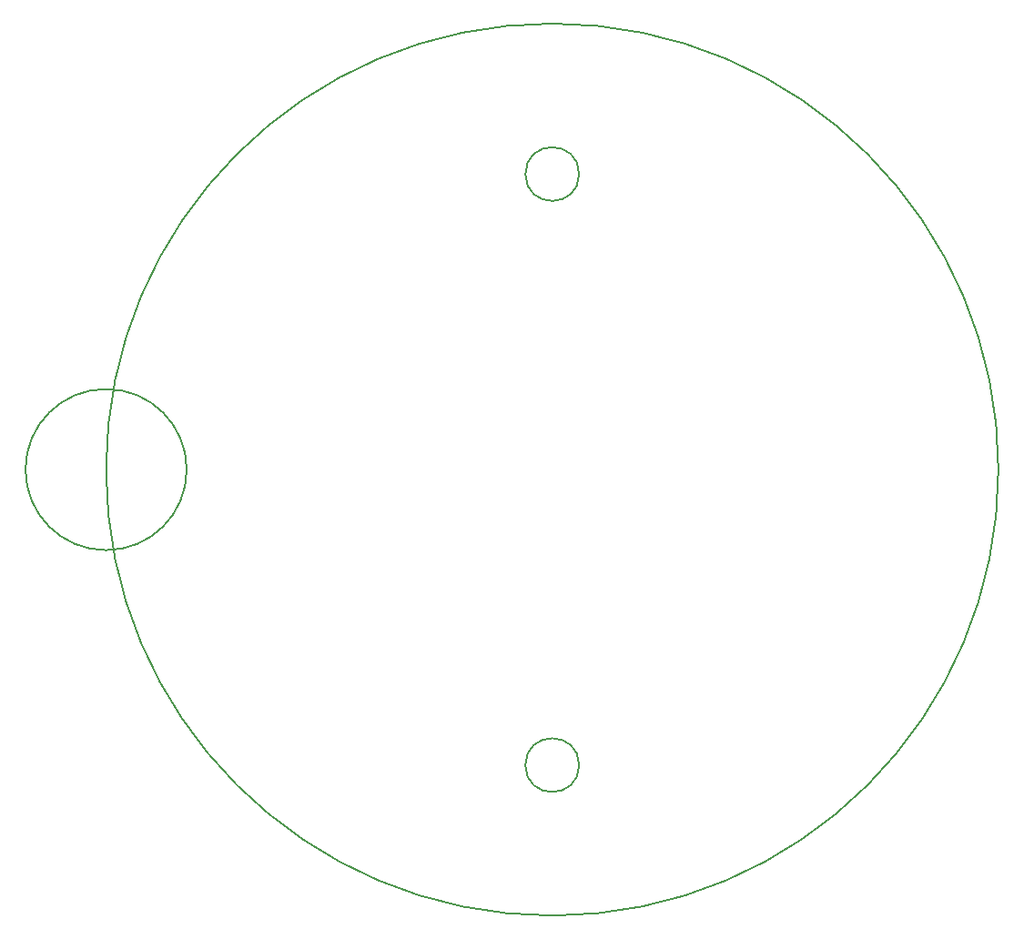
<source format=gbr>
G04 #@! TF.GenerationSoftware,KiCad,Pcbnew,5.0.0+dfsg1-2*
G04 #@! TF.CreationDate,2019-05-26T04:41:42+02:00*
G04 #@! TF.ProjectId,ceiling-light-controller,6365696C696E672D6C696768742D636F,rev?*
G04 #@! TF.SameCoordinates,Original*
G04 #@! TF.FileFunction,Profile,NP*
%FSLAX46Y46*%
G04 Gerber Fmt 4.6, Leading zero omitted, Abs format (unit mm)*
G04 Created by KiCad (PCBNEW 5.0.0+dfsg1-2) date Sun May 26 04:41:42 2019*
%MOMM*%
%LPD*%
G01*
G04 APERTURE LIST*
%ADD10C,0.200000*%
G04 APERTURE END LIST*
D10*
X112825000Y-98565000D02*
G75*
G03X112825000Y-98565000I-7500000J0D01*
G01*
X149325000Y-126065000D02*
G75*
G03X149325000Y-126065000I-2500000J0D01*
G01*
X149325000Y-71065000D02*
G75*
G03X149325000Y-71065000I-2500000J0D01*
G01*
X188325000Y-98565000D02*
G75*
G03X188325000Y-98565000I-41500000J0D01*
G01*
M02*

</source>
